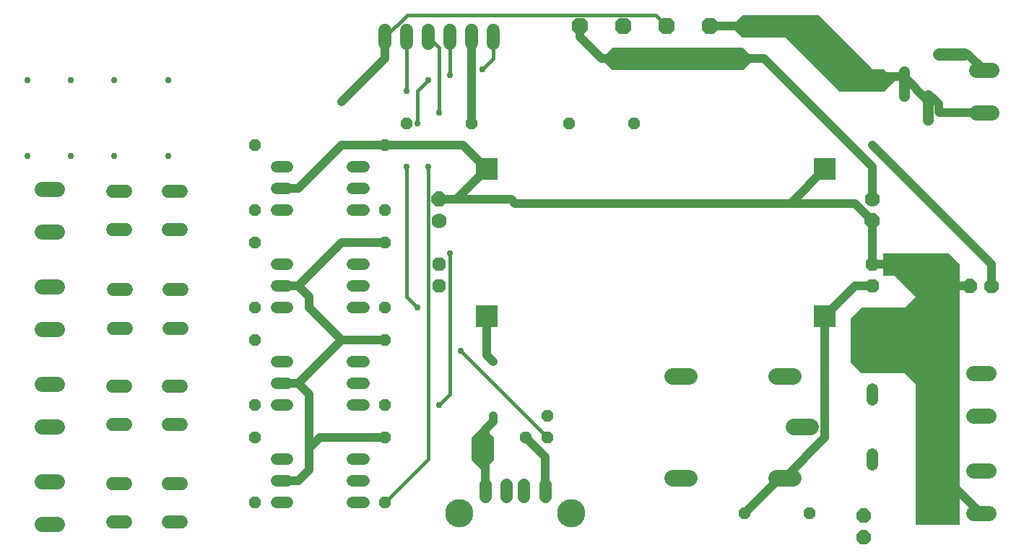
<source format=gbr>
G04 EAGLE Gerber X2 export*
%TF.Part,Single*%
%TF.FileFunction,Copper,L2,Bot,Mixed*%
%TF.FilePolarity,Positive*%
%TF.GenerationSoftware,Autodesk,EAGLE,8.7.0*%
%TF.CreationDate,2019-01-30T20:35:29Z*%
G75*
%MOMM*%
%FSLAX34Y34*%
%LPD*%
%AMOC8*
5,1,8,0,0,1.08239X$1,22.5*%
G01*
%ADD10P,2.089446X8X202.500000*%
%ADD11C,1.790700*%
%ADD12P,1.924489X8X112.500000*%
%ADD13C,1.778000*%
%ADD14P,1.732040X8X292.500000*%
%ADD15P,1.924489X8X292.500000*%
%ADD16P,1.732040X8X112.500000*%
%ADD17C,1.320800*%
%ADD18C,1.981200*%
%ADD19P,1.814519X8X202.500000*%
%ADD20P,1.429621X8X112.500000*%
%ADD21P,1.429621X8X292.500000*%
%ADD22P,1.429621X8X202.500000*%
%ADD23C,1.524000*%
%ADD24P,1.429621X8X22.500000*%
%ADD25R,2.500000X2.500000*%
%ADD26C,1.400000*%
%ADD27C,1.308000*%
%ADD28C,1.458000*%
%ADD29C,3.316000*%
%ADD30P,1.814519X8X112.500000*%
%ADD31C,1.016000*%
%ADD32C,0.756400*%
%ADD33C,0.406400*%

G36*
X1117650Y50431D02*
X1117650Y50431D01*
X1117701Y50433D01*
X1117733Y50451D01*
X1117769Y50459D01*
X1117808Y50492D01*
X1117853Y50516D01*
X1117874Y50546D01*
X1117902Y50569D01*
X1117923Y50616D01*
X1117953Y50658D01*
X1117961Y50700D01*
X1117973Y50728D01*
X1117972Y50758D01*
X1117980Y50800D01*
X1117980Y355600D01*
X1117963Y355674D01*
X1117950Y355749D01*
X1117943Y355759D01*
X1117941Y355769D01*
X1117917Y355798D01*
X1117869Y355869D01*
X1105169Y368569D01*
X1105104Y368609D01*
X1105042Y368653D01*
X1105030Y368655D01*
X1105022Y368660D01*
X1104985Y368664D01*
X1104900Y368680D01*
X1028700Y368680D01*
X1028650Y368669D01*
X1028599Y368667D01*
X1028567Y368649D01*
X1028531Y368641D01*
X1028492Y368608D01*
X1028447Y368584D01*
X1028426Y368554D01*
X1028398Y368531D01*
X1028377Y368484D01*
X1028347Y368442D01*
X1028339Y368400D01*
X1028327Y368372D01*
X1028328Y368342D01*
X1028320Y368300D01*
X1028320Y342900D01*
X1028331Y342850D01*
X1028333Y342799D01*
X1028351Y342767D01*
X1028359Y342731D01*
X1028392Y342692D01*
X1028416Y342647D01*
X1028446Y342626D01*
X1028469Y342598D01*
X1028516Y342577D01*
X1028558Y342547D01*
X1028600Y342539D01*
X1028628Y342527D01*
X1028658Y342528D01*
X1028700Y342520D01*
X1041243Y342520D01*
X1066262Y317500D01*
X1053943Y305180D01*
X1003300Y305180D01*
X1003226Y305163D01*
X1003151Y305150D01*
X1003141Y305143D01*
X1003131Y305141D01*
X1003102Y305117D01*
X1003031Y305069D01*
X990331Y292369D01*
X990291Y292304D01*
X990247Y292242D01*
X990245Y292230D01*
X990240Y292222D01*
X990236Y292185D01*
X990220Y292100D01*
X990220Y241300D01*
X990232Y241249D01*
X990233Y241205D01*
X990244Y241184D01*
X990250Y241151D01*
X990257Y241141D01*
X990259Y241131D01*
X990283Y241102D01*
X990313Y241058D01*
X990316Y241052D01*
X990317Y241051D01*
X990331Y241031D01*
X1003031Y228331D01*
X1003096Y228291D01*
X1003158Y228247D01*
X1003170Y228245D01*
X1003178Y228240D01*
X1003215Y228236D01*
X1003300Y228220D01*
X1053943Y228220D01*
X1066420Y215743D01*
X1066420Y50800D01*
X1066431Y50750D01*
X1066433Y50699D01*
X1066451Y50667D01*
X1066459Y50631D01*
X1066492Y50592D01*
X1066516Y50547D01*
X1066546Y50526D01*
X1066569Y50498D01*
X1066616Y50477D01*
X1066658Y50447D01*
X1066700Y50439D01*
X1066728Y50427D01*
X1066758Y50428D01*
X1066800Y50420D01*
X1117600Y50420D01*
X1117650Y50431D01*
G37*
G36*
X1028774Y558437D02*
X1028774Y558437D01*
X1028849Y558450D01*
X1028859Y558457D01*
X1028869Y558459D01*
X1028898Y558483D01*
X1028969Y558531D01*
X1041669Y571231D01*
X1041696Y571274D01*
X1041730Y571312D01*
X1041741Y571347D01*
X1041760Y571378D01*
X1041765Y571429D01*
X1041780Y571478D01*
X1041773Y571514D01*
X1041777Y571551D01*
X1041759Y571599D01*
X1041750Y571649D01*
X1041726Y571684D01*
X1041715Y571713D01*
X1041693Y571734D01*
X1041669Y571769D01*
X1028969Y584469D01*
X1028904Y584509D01*
X1028842Y584553D01*
X1028830Y584555D01*
X1028822Y584560D01*
X1028785Y584564D01*
X1028700Y584580D01*
X1016158Y584580D01*
X952769Y647969D01*
X952704Y648009D01*
X952642Y648053D01*
X952630Y648055D01*
X952622Y648060D01*
X952585Y648064D01*
X952500Y648080D01*
X863600Y648080D01*
X863526Y648063D01*
X863451Y648050D01*
X863441Y648043D01*
X863431Y648041D01*
X863402Y648017D01*
X863331Y647969D01*
X850631Y635269D01*
X850604Y635226D01*
X850570Y635188D01*
X850559Y635153D01*
X850540Y635122D01*
X850535Y635071D01*
X850520Y635022D01*
X850527Y634986D01*
X850523Y634949D01*
X850541Y634902D01*
X850550Y634851D01*
X850574Y634816D01*
X850585Y634787D01*
X850607Y634766D01*
X850631Y634731D01*
X863331Y622031D01*
X863396Y621991D01*
X863458Y621947D01*
X863470Y621945D01*
X863478Y621940D01*
X863515Y621936D01*
X863600Y621920D01*
X914243Y621920D01*
X977631Y558531D01*
X977696Y558491D01*
X977758Y558447D01*
X977770Y558445D01*
X977778Y558440D01*
X977815Y558436D01*
X977900Y558420D01*
X1028700Y558420D01*
X1028774Y558437D01*
G37*
G36*
X863674Y583837D02*
X863674Y583837D01*
X863749Y583850D01*
X863759Y583857D01*
X863769Y583859D01*
X863798Y583883D01*
X863869Y583931D01*
X876569Y596631D01*
X876596Y596674D01*
X876630Y596712D01*
X876641Y596747D01*
X876660Y596778D01*
X876665Y596829D01*
X876680Y596878D01*
X876673Y596914D01*
X876677Y596951D01*
X876659Y596999D01*
X876650Y597049D01*
X876626Y597084D01*
X876615Y597113D01*
X876593Y597134D01*
X876569Y597169D01*
X863869Y609869D01*
X863804Y609909D01*
X863742Y609953D01*
X863730Y609955D01*
X863722Y609960D01*
X863685Y609964D01*
X863600Y609980D01*
X711200Y609980D01*
X711126Y609963D01*
X711051Y609950D01*
X711041Y609943D01*
X711031Y609941D01*
X711002Y609917D01*
X710931Y609869D01*
X698231Y597169D01*
X698204Y597126D01*
X698170Y597088D01*
X698159Y597053D01*
X698140Y597022D01*
X698135Y596971D01*
X698120Y596922D01*
X698127Y596886D01*
X698123Y596849D01*
X698141Y596802D01*
X698150Y596751D01*
X698174Y596716D01*
X698185Y596687D01*
X698207Y596666D01*
X698231Y596631D01*
X710931Y583931D01*
X710996Y583891D01*
X711058Y583847D01*
X711070Y583845D01*
X711078Y583840D01*
X711115Y583836D01*
X711200Y583820D01*
X863600Y583820D01*
X863674Y583837D01*
G37*
G36*
X558814Y113927D02*
X558814Y113927D01*
X558851Y113923D01*
X558899Y113941D01*
X558949Y113950D01*
X558984Y113974D01*
X559013Y113985D01*
X559034Y114007D01*
X559069Y114031D01*
X571769Y126731D01*
X571809Y126796D01*
X571853Y126858D01*
X571855Y126870D01*
X571860Y126878D01*
X571864Y126915D01*
X571880Y127000D01*
X571880Y152400D01*
X571863Y152474D01*
X571850Y152549D01*
X571843Y152559D01*
X571841Y152569D01*
X571817Y152598D01*
X571769Y152669D01*
X559069Y165369D01*
X559026Y165396D01*
X558988Y165430D01*
X558953Y165441D01*
X558922Y165460D01*
X558871Y165465D01*
X558822Y165480D01*
X558786Y165473D01*
X558749Y165477D01*
X558702Y165459D01*
X558651Y165450D01*
X558616Y165426D01*
X558587Y165415D01*
X558566Y165393D01*
X558531Y165369D01*
X545831Y152669D01*
X545791Y152604D01*
X545747Y152542D01*
X545745Y152530D01*
X545740Y152522D01*
X545736Y152485D01*
X545720Y152400D01*
X545720Y127000D01*
X545737Y126926D01*
X545750Y126851D01*
X545757Y126841D01*
X545759Y126831D01*
X545783Y126802D01*
X545831Y126731D01*
X558531Y114031D01*
X558574Y114004D01*
X558612Y113970D01*
X558647Y113959D01*
X558678Y113940D01*
X558729Y113935D01*
X558778Y113920D01*
X558814Y113927D01*
G37*
D10*
X673100Y635000D03*
X774700Y635000D03*
X723900Y635000D03*
D11*
X59754Y444100D02*
X41847Y444100D01*
X41847Y394100D02*
X59754Y394100D01*
X59754Y215500D02*
X41847Y215500D01*
X41847Y165500D02*
X59754Y165500D01*
D12*
X508000Y431800D03*
D13*
X508000Y406400D03*
D14*
X508000Y355600D03*
X508000Y330200D03*
D15*
X1016000Y406400D03*
D13*
X1016000Y431800D03*
D16*
X1016000Y330200D03*
X1016000Y355600D03*
D17*
X1016000Y133604D02*
X1016000Y120396D01*
X1016000Y196596D02*
X1016000Y209804D01*
D10*
X825500Y635000D03*
D18*
X923544Y165100D02*
X943356Y165100D01*
X923036Y224790D02*
X903224Y224790D01*
X903224Y105410D02*
X923036Y105410D01*
X801116Y105410D02*
X781304Y105410D01*
X781304Y224790D02*
X801116Y224790D01*
D11*
X1134047Y63900D02*
X1151954Y63900D01*
X1151954Y113900D02*
X1134047Y113900D01*
D19*
X1155700Y330200D03*
X1130300Y330200D03*
D11*
X1134047Y178200D02*
X1151954Y178200D01*
X1151954Y228200D02*
X1134047Y228200D01*
D17*
X330200Y127000D02*
X316992Y127000D01*
X316992Y101600D02*
X330200Y101600D01*
X406400Y101600D02*
X419608Y101600D01*
X419608Y127000D02*
X406400Y127000D01*
X330200Y76200D02*
X316992Y76200D01*
X406400Y76200D02*
X419608Y76200D01*
X330200Y241300D02*
X316992Y241300D01*
X316992Y215900D02*
X330200Y215900D01*
X406400Y215900D02*
X419608Y215900D01*
X419608Y241300D02*
X406400Y241300D01*
X330200Y190500D02*
X316992Y190500D01*
X406400Y190500D02*
X419608Y190500D01*
X330200Y355600D02*
X316992Y355600D01*
X316992Y330200D02*
X330200Y330200D01*
X406400Y330200D02*
X419608Y330200D01*
X419608Y355600D02*
X406400Y355600D01*
X330200Y304800D02*
X316992Y304800D01*
X406400Y304800D02*
X419608Y304800D01*
X330200Y469900D02*
X316992Y469900D01*
X316992Y444500D02*
X330200Y444500D01*
X406400Y444500D02*
X419608Y444500D01*
X419608Y469900D02*
X406400Y469900D01*
X330200Y419100D02*
X316992Y419100D01*
X406400Y419100D02*
X419608Y419100D01*
D11*
X1137857Y533800D02*
X1155764Y533800D01*
X1155764Y583800D02*
X1137857Y583800D01*
D20*
X292100Y76200D03*
X292100Y152400D03*
X292100Y419100D03*
X292100Y495300D03*
D21*
X444500Y495300D03*
X444500Y419100D03*
D22*
X546100Y520700D03*
X469900Y520700D03*
D21*
X444500Y152400D03*
X444500Y76200D03*
D20*
X292100Y190500D03*
X292100Y266700D03*
D21*
X444500Y266700D03*
X444500Y190500D03*
D20*
X292100Y304800D03*
X292100Y381000D03*
D21*
X444500Y381000D03*
X444500Y304800D03*
D22*
X736600Y520700D03*
X660400Y520700D03*
D11*
X59754Y329800D02*
X41847Y329800D01*
X41847Y279800D02*
X59754Y279800D01*
X59754Y101200D02*
X41847Y101200D01*
X41847Y51200D02*
X59754Y51200D01*
D23*
X444500Y614680D02*
X444500Y629920D01*
X469900Y629920D02*
X469900Y614680D01*
X495300Y614680D02*
X495300Y629920D01*
X520700Y629920D02*
X520700Y614680D01*
X546100Y614680D02*
X546100Y629920D01*
X571500Y629920D02*
X571500Y614680D01*
D24*
X609600Y152400D03*
X635000Y152400D03*
X635000Y177800D03*
D25*
X960120Y294640D03*
X960120Y467360D03*
X563880Y467360D03*
X563880Y294640D03*
D26*
X1109710Y602720D02*
X1123710Y602720D01*
D27*
X1052710Y582260D02*
X1052710Y569180D01*
X1080710Y554260D02*
X1080710Y541180D01*
D26*
X1093710Y602720D02*
X1107710Y602720D01*
D27*
X1052710Y566260D02*
X1052710Y553180D01*
X1080710Y538260D02*
X1080710Y525180D01*
D23*
X205232Y53594D02*
X189992Y53594D01*
X189992Y98806D02*
X205232Y98806D01*
X140208Y53594D02*
X124968Y53594D01*
X124968Y98806D02*
X140208Y98806D01*
X189992Y167894D02*
X205232Y167894D01*
X205232Y213106D02*
X189992Y213106D01*
X140208Y167894D02*
X124968Y167894D01*
X124968Y213106D02*
X140208Y213106D01*
X191262Y280924D02*
X206502Y280924D01*
X206502Y326136D02*
X191262Y326136D01*
X141478Y280924D02*
X126238Y280924D01*
X126238Y326136D02*
X141478Y326136D01*
X189992Y396494D02*
X205232Y396494D01*
X205232Y441706D02*
X189992Y441706D01*
X140208Y396494D02*
X124968Y396494D01*
X124968Y441706D02*
X140208Y441706D01*
D28*
X586900Y97890D02*
X586900Y83310D01*
X606900Y83310D02*
X606900Y97890D01*
X561900Y97890D02*
X561900Y83310D01*
X631900Y83310D02*
X631900Y97890D01*
D29*
X531200Y63500D03*
X662600Y63500D03*
D22*
X942238Y63906D03*
X866038Y63906D03*
D30*
X1005434Y36068D03*
X1005434Y61468D03*
D31*
X960120Y294640D02*
X995680Y330200D01*
X1016000Y330200D01*
X1146810Y583800D02*
X1127890Y602720D01*
X1121314Y602720D01*
X960120Y152400D02*
X913130Y105410D01*
X960120Y152400D02*
X960120Y294640D01*
X673100Y622300D02*
X673100Y635000D01*
X673100Y622300D02*
X698500Y596900D01*
X889000Y596900D01*
X1016000Y469900D01*
X1016000Y431800D01*
D32*
X889000Y596900D03*
D31*
X907542Y105410D02*
X866038Y63906D01*
X907542Y105410D02*
X913130Y105410D01*
X444500Y266700D02*
X393700Y266700D01*
X342900Y215900D01*
X330200Y215900D01*
X393700Y381000D02*
X444500Y381000D01*
X393700Y381000D02*
X342900Y330200D01*
X393700Y495300D02*
X444500Y495300D01*
X393700Y495300D02*
X342900Y444500D01*
X330200Y444500D01*
X444500Y495300D02*
X535940Y495300D01*
X563880Y467360D01*
X528320Y431800D02*
X508000Y431800D01*
X528320Y431800D02*
X563880Y467360D01*
X592234Y431800D02*
X597074Y426960D01*
X592234Y431800D02*
X508000Y431800D01*
X919720Y426960D02*
X960120Y467360D01*
X919720Y426960D02*
X597074Y426960D01*
X1016000Y406400D02*
X1016000Y355600D01*
X1016000Y406400D02*
X995440Y426960D01*
X919720Y426960D01*
X1094630Y533800D02*
X1146810Y533800D01*
X1094630Y533800D02*
X1093854Y534576D01*
X1093854Y543704D01*
X1086154Y551404D01*
X1080710Y551404D01*
X1080710Y547720D02*
X1052710Y575720D01*
X999080Y575720D01*
X939800Y635000D01*
X825500Y635000D01*
X1079500Y330200D02*
X1130300Y330200D01*
X1079500Y330200D02*
X1054100Y355600D01*
X1016000Y355600D01*
X631900Y130100D02*
X631900Y90600D01*
X631900Y130100D02*
X609600Y152400D01*
X1079500Y127400D02*
X1143000Y63900D01*
X1079500Y127400D02*
X1079500Y330200D01*
X355600Y203200D02*
X342900Y215900D01*
X342900Y101600D02*
X330200Y101600D01*
X342900Y101600D02*
X355600Y114300D01*
X355600Y139700D02*
X355600Y203200D01*
X355600Y139700D02*
X355600Y114300D01*
X355600Y139700D02*
X368300Y152400D01*
X444500Y152400D01*
X342900Y330200D02*
X330200Y330200D01*
X342900Y330200D02*
X355600Y317500D01*
X355600Y304800D01*
X393700Y266700D01*
X563880Y248920D02*
X563880Y294640D01*
X563880Y248920D02*
X571500Y241300D01*
D32*
X571500Y241300D03*
X571500Y177800D03*
D31*
X561900Y162000D02*
X561900Y90600D01*
X561900Y162000D02*
X571500Y171600D01*
X571500Y177800D01*
D32*
X482600Y520700D03*
D33*
X482600Y558800D01*
X495300Y571500D01*
D32*
X495300Y571500D03*
X520700Y577850D03*
D33*
X520700Y622300D01*
X495300Y127000D02*
X444500Y76200D01*
X495300Y127000D02*
X495300Y469900D01*
D32*
X495300Y469900D03*
X469900Y558800D03*
D33*
X469900Y622300D01*
X495300Y622300D02*
X508000Y609600D01*
X508000Y533400D01*
D32*
X508000Y533400D03*
X520700Y368300D03*
D33*
X520700Y203200D01*
X508000Y190500D01*
D32*
X508000Y190500D03*
D31*
X546100Y520700D02*
X546100Y622300D01*
X1155700Y355600D02*
X1155700Y330200D01*
X1155700Y355600D02*
X1016000Y495300D01*
D32*
X1016000Y495300D03*
D33*
X635000Y152400D02*
X533400Y254000D01*
D32*
X533400Y254000D03*
X482600Y304800D03*
D33*
X469900Y317500D01*
X469900Y469900D01*
D32*
X469900Y469900D03*
X558800Y584200D03*
D33*
X571500Y596900D01*
X571500Y622300D01*
D32*
X393700Y546100D03*
D31*
X444500Y596900D01*
X444500Y622300D01*
D33*
X729371Y648208D02*
X729879Y647700D01*
X762000Y647700D01*
X729371Y648208D02*
X470408Y648208D01*
X444500Y622300D01*
X762000Y647700D02*
X774700Y635000D01*
D32*
X25400Y571500D03*
X25400Y482600D03*
X76200Y571500D03*
X76200Y482600D03*
X127000Y571500D03*
X127000Y482600D03*
X190500Y571500D03*
X190500Y482600D03*
M02*

</source>
